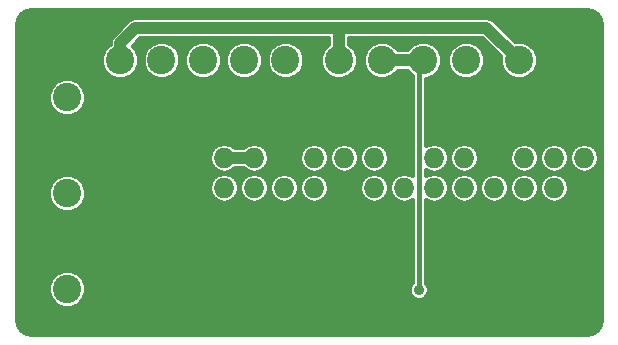
<source format=gtl>
G04 #@! TF.FileFunction,Copper,L1,Top,Signal*
%FSLAX46Y46*%
G04 Gerber Fmt 4.6, Leading zero omitted, Abs format (unit mm)*
G04 Created by KiCad (PCBNEW 4.0.2+dfsg1-stable) date Thu 29 Sep 2016 13:26:16 BST*
%MOMM*%
G01*
G04 APERTURE LIST*
%ADD10C,0.150000*%
%ADD11O,1.727200X1.727200*%
%ADD12C,2.400000*%
%ADD13C,0.900000*%
%ADD14C,1.000000*%
%ADD15C,0.400000*%
G04 APERTURE END LIST*
D10*
D11*
X145800000Y-130300000D03*
X145800000Y-127760000D03*
X148340000Y-130300000D03*
X148340000Y-127760000D03*
X150880000Y-130300000D03*
X150880000Y-127760000D03*
X153420000Y-130300000D03*
X153420000Y-127760000D03*
X155960000Y-130300000D03*
X155960000Y-127760000D03*
X158500000Y-130300000D03*
X158500000Y-127760000D03*
X161040000Y-130300000D03*
X161040000Y-127760000D03*
X163580000Y-130300000D03*
X163580000Y-127760000D03*
X166120000Y-130300000D03*
X166120000Y-127760000D03*
X168660000Y-130300000D03*
X168660000Y-127760000D03*
X171200000Y-130300000D03*
X171200000Y-127760000D03*
X173740000Y-130300000D03*
X173740000Y-127760000D03*
X176280000Y-130300000D03*
X176280000Y-127760000D03*
D12*
X174250000Y-119500000D03*
X170750000Y-119500000D03*
X132500000Y-135350000D03*
X132500000Y-138850000D03*
X132500000Y-127250000D03*
X132500000Y-130750000D03*
X132500000Y-119150000D03*
X132500000Y-122650000D03*
X137000000Y-119500000D03*
X151000000Y-119500000D03*
X140500000Y-119500000D03*
X147500000Y-119500000D03*
X144000000Y-119500000D03*
X166300000Y-119500000D03*
X155500000Y-119500000D03*
X162650000Y-119500000D03*
X159150000Y-119500000D03*
D13*
X162290000Y-138940000D03*
D14*
X148340000Y-127760000D02*
X145800000Y-127760000D01*
X155500000Y-119500000D02*
X155500000Y-116760000D01*
X155500000Y-116760000D02*
X155300000Y-116760000D01*
X170750000Y-119500000D02*
X168010000Y-116760000D01*
X168010000Y-116760000D02*
X155300000Y-116760000D01*
X155300000Y-116760000D02*
X138300000Y-116760000D01*
X138300000Y-116760000D02*
X137000000Y-118060000D01*
X137000000Y-118060000D02*
X137000000Y-119500000D01*
D15*
X162650000Y-119500000D02*
X162310000Y-119840000D01*
X162310000Y-119840000D02*
X162310000Y-138920000D01*
X162310000Y-138920000D02*
X162290000Y-138940000D01*
D14*
X162650000Y-119500000D02*
X159150000Y-119500000D01*
D15*
G36*
X176966725Y-115373225D02*
X177362396Y-115637604D01*
X177626775Y-116033275D01*
X177725000Y-116527086D01*
X177725000Y-141472914D01*
X177626775Y-141966725D01*
X177362396Y-142362396D01*
X176966725Y-142626775D01*
X176472914Y-142725000D01*
X129527086Y-142725000D01*
X129033275Y-142626775D01*
X128637604Y-142362396D01*
X128373225Y-141966725D01*
X128275000Y-141472914D01*
X128275000Y-139166863D01*
X130899723Y-139166863D01*
X131142795Y-139755143D01*
X131592489Y-140205623D01*
X132180344Y-140449722D01*
X132816863Y-140450277D01*
X133405143Y-140207205D01*
X133855623Y-139757511D01*
X134099722Y-139169656D01*
X134100277Y-138533137D01*
X133857205Y-137944857D01*
X133407511Y-137494377D01*
X132819656Y-137250278D01*
X132183137Y-137249723D01*
X131594857Y-137492795D01*
X131144377Y-137942489D01*
X130900278Y-138530344D01*
X130899723Y-139166863D01*
X128275000Y-139166863D01*
X128275000Y-131066863D01*
X130899723Y-131066863D01*
X131142795Y-131655143D01*
X131592489Y-132105623D01*
X132180344Y-132349722D01*
X132816863Y-132350277D01*
X133405143Y-132107205D01*
X133855623Y-131657511D01*
X134099722Y-131069656D01*
X134100277Y-130433137D01*
X134045266Y-130300000D01*
X144511645Y-130300000D01*
X144607831Y-130783559D01*
X144881745Y-131193500D01*
X145291686Y-131467414D01*
X145775245Y-131563600D01*
X145824755Y-131563600D01*
X146308314Y-131467414D01*
X146718255Y-131193500D01*
X146992169Y-130783559D01*
X147070000Y-130392277D01*
X147147831Y-130783559D01*
X147421745Y-131193500D01*
X147831686Y-131467414D01*
X148315245Y-131563600D01*
X148364755Y-131563600D01*
X148848314Y-131467414D01*
X149258255Y-131193500D01*
X149532169Y-130783559D01*
X149610000Y-130392277D01*
X149687831Y-130783559D01*
X149961745Y-131193500D01*
X150371686Y-131467414D01*
X150855245Y-131563600D01*
X150904755Y-131563600D01*
X151388314Y-131467414D01*
X151798255Y-131193500D01*
X152072169Y-130783559D01*
X152150000Y-130392277D01*
X152227831Y-130783559D01*
X152501745Y-131193500D01*
X152911686Y-131467414D01*
X153395245Y-131563600D01*
X153444755Y-131563600D01*
X153928314Y-131467414D01*
X154338255Y-131193500D01*
X154612169Y-130783559D01*
X154708355Y-130300000D01*
X157211645Y-130300000D01*
X157307831Y-130783559D01*
X157581745Y-131193500D01*
X157991686Y-131467414D01*
X158475245Y-131563600D01*
X158524755Y-131563600D01*
X159008314Y-131467414D01*
X159418255Y-131193500D01*
X159692169Y-130783559D01*
X159770000Y-130392277D01*
X159847831Y-130783559D01*
X160121745Y-131193500D01*
X160531686Y-131467414D01*
X161015245Y-131563600D01*
X161064755Y-131563600D01*
X161548314Y-131467414D01*
X161710000Y-131359379D01*
X161710000Y-138317955D01*
X161569826Y-138457885D01*
X161440148Y-138770183D01*
X161439853Y-139108334D01*
X161568985Y-139420857D01*
X161807885Y-139660174D01*
X162120183Y-139789852D01*
X162458334Y-139790147D01*
X162770857Y-139661015D01*
X163010174Y-139422115D01*
X163139852Y-139109817D01*
X163140147Y-138771666D01*
X163011015Y-138459143D01*
X162910000Y-138357952D01*
X162910000Y-131359379D01*
X163071686Y-131467414D01*
X163555245Y-131563600D01*
X163604755Y-131563600D01*
X164088314Y-131467414D01*
X164498255Y-131193500D01*
X164772169Y-130783559D01*
X164850000Y-130392277D01*
X164927831Y-130783559D01*
X165201745Y-131193500D01*
X165611686Y-131467414D01*
X166095245Y-131563600D01*
X166144755Y-131563600D01*
X166628314Y-131467414D01*
X167038255Y-131193500D01*
X167312169Y-130783559D01*
X167390000Y-130392277D01*
X167467831Y-130783559D01*
X167741745Y-131193500D01*
X168151686Y-131467414D01*
X168635245Y-131563600D01*
X168684755Y-131563600D01*
X169168314Y-131467414D01*
X169578255Y-131193500D01*
X169852169Y-130783559D01*
X169930000Y-130392277D01*
X170007831Y-130783559D01*
X170281745Y-131193500D01*
X170691686Y-131467414D01*
X171175245Y-131563600D01*
X171224755Y-131563600D01*
X171708314Y-131467414D01*
X172118255Y-131193500D01*
X172392169Y-130783559D01*
X172470000Y-130392277D01*
X172547831Y-130783559D01*
X172821745Y-131193500D01*
X173231686Y-131467414D01*
X173715245Y-131563600D01*
X173764755Y-131563600D01*
X174248314Y-131467414D01*
X174658255Y-131193500D01*
X174932169Y-130783559D01*
X175028355Y-130300000D01*
X174932169Y-129816441D01*
X174658255Y-129406500D01*
X174248314Y-129132586D01*
X173764755Y-129036400D01*
X173715245Y-129036400D01*
X173231686Y-129132586D01*
X172821745Y-129406500D01*
X172547831Y-129816441D01*
X172470000Y-130207723D01*
X172392169Y-129816441D01*
X172118255Y-129406500D01*
X171708314Y-129132586D01*
X171224755Y-129036400D01*
X171175245Y-129036400D01*
X170691686Y-129132586D01*
X170281745Y-129406500D01*
X170007831Y-129816441D01*
X169930000Y-130207723D01*
X169852169Y-129816441D01*
X169578255Y-129406500D01*
X169168314Y-129132586D01*
X168684755Y-129036400D01*
X168635245Y-129036400D01*
X168151686Y-129132586D01*
X167741745Y-129406500D01*
X167467831Y-129816441D01*
X167390000Y-130207723D01*
X167312169Y-129816441D01*
X167038255Y-129406500D01*
X166628314Y-129132586D01*
X166144755Y-129036400D01*
X166095245Y-129036400D01*
X165611686Y-129132586D01*
X165201745Y-129406500D01*
X164927831Y-129816441D01*
X164850000Y-130207723D01*
X164772169Y-129816441D01*
X164498255Y-129406500D01*
X164088314Y-129132586D01*
X163604755Y-129036400D01*
X163555245Y-129036400D01*
X163071686Y-129132586D01*
X162910000Y-129240621D01*
X162910000Y-128819379D01*
X163071686Y-128927414D01*
X163555245Y-129023600D01*
X163604755Y-129023600D01*
X164088314Y-128927414D01*
X164498255Y-128653500D01*
X164772169Y-128243559D01*
X164850000Y-127852277D01*
X164927831Y-128243559D01*
X165201745Y-128653500D01*
X165611686Y-128927414D01*
X166095245Y-129023600D01*
X166144755Y-129023600D01*
X166628314Y-128927414D01*
X167038255Y-128653500D01*
X167312169Y-128243559D01*
X167408355Y-127760000D01*
X169911645Y-127760000D01*
X170007831Y-128243559D01*
X170281745Y-128653500D01*
X170691686Y-128927414D01*
X171175245Y-129023600D01*
X171224755Y-129023600D01*
X171708314Y-128927414D01*
X172118255Y-128653500D01*
X172392169Y-128243559D01*
X172470000Y-127852277D01*
X172547831Y-128243559D01*
X172821745Y-128653500D01*
X173231686Y-128927414D01*
X173715245Y-129023600D01*
X173764755Y-129023600D01*
X174248314Y-128927414D01*
X174658255Y-128653500D01*
X174932169Y-128243559D01*
X175010000Y-127852277D01*
X175087831Y-128243559D01*
X175361745Y-128653500D01*
X175771686Y-128927414D01*
X176255245Y-129023600D01*
X176304755Y-129023600D01*
X176788314Y-128927414D01*
X177198255Y-128653500D01*
X177472169Y-128243559D01*
X177568355Y-127760000D01*
X177472169Y-127276441D01*
X177198255Y-126866500D01*
X176788314Y-126592586D01*
X176304755Y-126496400D01*
X176255245Y-126496400D01*
X175771686Y-126592586D01*
X175361745Y-126866500D01*
X175087831Y-127276441D01*
X175010000Y-127667723D01*
X174932169Y-127276441D01*
X174658255Y-126866500D01*
X174248314Y-126592586D01*
X173764755Y-126496400D01*
X173715245Y-126496400D01*
X173231686Y-126592586D01*
X172821745Y-126866500D01*
X172547831Y-127276441D01*
X172470000Y-127667723D01*
X172392169Y-127276441D01*
X172118255Y-126866500D01*
X171708314Y-126592586D01*
X171224755Y-126496400D01*
X171175245Y-126496400D01*
X170691686Y-126592586D01*
X170281745Y-126866500D01*
X170007831Y-127276441D01*
X169911645Y-127760000D01*
X167408355Y-127760000D01*
X167312169Y-127276441D01*
X167038255Y-126866500D01*
X166628314Y-126592586D01*
X166144755Y-126496400D01*
X166095245Y-126496400D01*
X165611686Y-126592586D01*
X165201745Y-126866500D01*
X164927831Y-127276441D01*
X164850000Y-127667723D01*
X164772169Y-127276441D01*
X164498255Y-126866500D01*
X164088314Y-126592586D01*
X163604755Y-126496400D01*
X163555245Y-126496400D01*
X163071686Y-126592586D01*
X162910000Y-126700621D01*
X162910000Y-121100227D01*
X162966863Y-121100277D01*
X163555143Y-120857205D01*
X164005623Y-120407511D01*
X164249722Y-119819656D01*
X164249724Y-119816863D01*
X164699723Y-119816863D01*
X164942795Y-120405143D01*
X165392489Y-120855623D01*
X165980344Y-121099722D01*
X166616863Y-121100277D01*
X167205143Y-120857205D01*
X167655623Y-120407511D01*
X167899722Y-119819656D01*
X167900277Y-119183137D01*
X167657205Y-118594857D01*
X167207511Y-118144377D01*
X166619656Y-117900278D01*
X165983137Y-117899723D01*
X165394857Y-118142795D01*
X164944377Y-118592489D01*
X164700278Y-119180344D01*
X164699723Y-119816863D01*
X164249724Y-119816863D01*
X164250277Y-119183137D01*
X164007205Y-118594857D01*
X163557511Y-118144377D01*
X162969656Y-117900278D01*
X162333137Y-117899723D01*
X161744857Y-118142795D01*
X161294377Y-118592489D01*
X161291258Y-118600000D01*
X160509330Y-118600000D01*
X160507205Y-118594857D01*
X160057511Y-118144377D01*
X159469656Y-117900278D01*
X158833137Y-117899723D01*
X158244857Y-118142795D01*
X157794377Y-118592489D01*
X157550278Y-119180344D01*
X157549723Y-119816863D01*
X157792795Y-120405143D01*
X158242489Y-120855623D01*
X158830344Y-121099722D01*
X159466863Y-121100277D01*
X160055143Y-120857205D01*
X160505623Y-120407511D01*
X160508742Y-120400000D01*
X161290670Y-120400000D01*
X161292795Y-120405143D01*
X161710000Y-120823077D01*
X161710000Y-129240621D01*
X161548314Y-129132586D01*
X161064755Y-129036400D01*
X161015245Y-129036400D01*
X160531686Y-129132586D01*
X160121745Y-129406500D01*
X159847831Y-129816441D01*
X159770000Y-130207723D01*
X159692169Y-129816441D01*
X159418255Y-129406500D01*
X159008314Y-129132586D01*
X158524755Y-129036400D01*
X158475245Y-129036400D01*
X157991686Y-129132586D01*
X157581745Y-129406500D01*
X157307831Y-129816441D01*
X157211645Y-130300000D01*
X154708355Y-130300000D01*
X154612169Y-129816441D01*
X154338255Y-129406500D01*
X153928314Y-129132586D01*
X153444755Y-129036400D01*
X153395245Y-129036400D01*
X152911686Y-129132586D01*
X152501745Y-129406500D01*
X152227831Y-129816441D01*
X152150000Y-130207723D01*
X152072169Y-129816441D01*
X151798255Y-129406500D01*
X151388314Y-129132586D01*
X150904755Y-129036400D01*
X150855245Y-129036400D01*
X150371686Y-129132586D01*
X149961745Y-129406500D01*
X149687831Y-129816441D01*
X149610000Y-130207723D01*
X149532169Y-129816441D01*
X149258255Y-129406500D01*
X148848314Y-129132586D01*
X148364755Y-129036400D01*
X148315245Y-129036400D01*
X147831686Y-129132586D01*
X147421745Y-129406500D01*
X147147831Y-129816441D01*
X147070000Y-130207723D01*
X146992169Y-129816441D01*
X146718255Y-129406500D01*
X146308314Y-129132586D01*
X145824755Y-129036400D01*
X145775245Y-129036400D01*
X145291686Y-129132586D01*
X144881745Y-129406500D01*
X144607831Y-129816441D01*
X144511645Y-130300000D01*
X134045266Y-130300000D01*
X133857205Y-129844857D01*
X133407511Y-129394377D01*
X132819656Y-129150278D01*
X132183137Y-129149723D01*
X131594857Y-129392795D01*
X131144377Y-129842489D01*
X130900278Y-130430344D01*
X130899723Y-131066863D01*
X128275000Y-131066863D01*
X128275000Y-127760000D01*
X144511645Y-127760000D01*
X144607831Y-128243559D01*
X144881745Y-128653500D01*
X145291686Y-128927414D01*
X145775245Y-129023600D01*
X145824755Y-129023600D01*
X146308314Y-128927414D01*
X146708527Y-128660000D01*
X147431473Y-128660000D01*
X147831686Y-128927414D01*
X148315245Y-129023600D01*
X148364755Y-129023600D01*
X148848314Y-128927414D01*
X149258255Y-128653500D01*
X149532169Y-128243559D01*
X149628355Y-127760000D01*
X152131645Y-127760000D01*
X152227831Y-128243559D01*
X152501745Y-128653500D01*
X152911686Y-128927414D01*
X153395245Y-129023600D01*
X153444755Y-129023600D01*
X153928314Y-128927414D01*
X154338255Y-128653500D01*
X154612169Y-128243559D01*
X154690000Y-127852277D01*
X154767831Y-128243559D01*
X155041745Y-128653500D01*
X155451686Y-128927414D01*
X155935245Y-129023600D01*
X155984755Y-129023600D01*
X156468314Y-128927414D01*
X156878255Y-128653500D01*
X157152169Y-128243559D01*
X157230000Y-127852277D01*
X157307831Y-128243559D01*
X157581745Y-128653500D01*
X157991686Y-128927414D01*
X158475245Y-129023600D01*
X158524755Y-129023600D01*
X159008314Y-128927414D01*
X159418255Y-128653500D01*
X159692169Y-128243559D01*
X159788355Y-127760000D01*
X159692169Y-127276441D01*
X159418255Y-126866500D01*
X159008314Y-126592586D01*
X158524755Y-126496400D01*
X158475245Y-126496400D01*
X157991686Y-126592586D01*
X157581745Y-126866500D01*
X157307831Y-127276441D01*
X157230000Y-127667723D01*
X157152169Y-127276441D01*
X156878255Y-126866500D01*
X156468314Y-126592586D01*
X155984755Y-126496400D01*
X155935245Y-126496400D01*
X155451686Y-126592586D01*
X155041745Y-126866500D01*
X154767831Y-127276441D01*
X154690000Y-127667723D01*
X154612169Y-127276441D01*
X154338255Y-126866500D01*
X153928314Y-126592586D01*
X153444755Y-126496400D01*
X153395245Y-126496400D01*
X152911686Y-126592586D01*
X152501745Y-126866500D01*
X152227831Y-127276441D01*
X152131645Y-127760000D01*
X149628355Y-127760000D01*
X149532169Y-127276441D01*
X149258255Y-126866500D01*
X148848314Y-126592586D01*
X148364755Y-126496400D01*
X148315245Y-126496400D01*
X147831686Y-126592586D01*
X147431473Y-126860000D01*
X146708527Y-126860000D01*
X146308314Y-126592586D01*
X145824755Y-126496400D01*
X145775245Y-126496400D01*
X145291686Y-126592586D01*
X144881745Y-126866500D01*
X144607831Y-127276441D01*
X144511645Y-127760000D01*
X128275000Y-127760000D01*
X128275000Y-122966863D01*
X130899723Y-122966863D01*
X131142795Y-123555143D01*
X131592489Y-124005623D01*
X132180344Y-124249722D01*
X132816863Y-124250277D01*
X133405143Y-124007205D01*
X133855623Y-123557511D01*
X134099722Y-122969656D01*
X134100277Y-122333137D01*
X133857205Y-121744857D01*
X133407511Y-121294377D01*
X132819656Y-121050278D01*
X132183137Y-121049723D01*
X131594857Y-121292795D01*
X131144377Y-121742489D01*
X130900278Y-122330344D01*
X130899723Y-122966863D01*
X128275000Y-122966863D01*
X128275000Y-119816863D01*
X135399723Y-119816863D01*
X135642795Y-120405143D01*
X136092489Y-120855623D01*
X136680344Y-121099722D01*
X137316863Y-121100277D01*
X137905143Y-120857205D01*
X138355623Y-120407511D01*
X138599722Y-119819656D01*
X138599724Y-119816863D01*
X138899723Y-119816863D01*
X139142795Y-120405143D01*
X139592489Y-120855623D01*
X140180344Y-121099722D01*
X140816863Y-121100277D01*
X141405143Y-120857205D01*
X141855623Y-120407511D01*
X142099722Y-119819656D01*
X142099724Y-119816863D01*
X142399723Y-119816863D01*
X142642795Y-120405143D01*
X143092489Y-120855623D01*
X143680344Y-121099722D01*
X144316863Y-121100277D01*
X144905143Y-120857205D01*
X145355623Y-120407511D01*
X145599722Y-119819656D01*
X145599724Y-119816863D01*
X145899723Y-119816863D01*
X146142795Y-120405143D01*
X146592489Y-120855623D01*
X147180344Y-121099722D01*
X147816863Y-121100277D01*
X148405143Y-120857205D01*
X148855623Y-120407511D01*
X149099722Y-119819656D01*
X149099724Y-119816863D01*
X149399723Y-119816863D01*
X149642795Y-120405143D01*
X150092489Y-120855623D01*
X150680344Y-121099722D01*
X151316863Y-121100277D01*
X151905143Y-120857205D01*
X152355623Y-120407511D01*
X152599722Y-119819656D01*
X152600277Y-119183137D01*
X152357205Y-118594857D01*
X151907511Y-118144377D01*
X151319656Y-117900278D01*
X150683137Y-117899723D01*
X150094857Y-118142795D01*
X149644377Y-118592489D01*
X149400278Y-119180344D01*
X149399723Y-119816863D01*
X149099724Y-119816863D01*
X149100277Y-119183137D01*
X148857205Y-118594857D01*
X148407511Y-118144377D01*
X147819656Y-117900278D01*
X147183137Y-117899723D01*
X146594857Y-118142795D01*
X146144377Y-118592489D01*
X145900278Y-119180344D01*
X145899723Y-119816863D01*
X145599724Y-119816863D01*
X145600277Y-119183137D01*
X145357205Y-118594857D01*
X144907511Y-118144377D01*
X144319656Y-117900278D01*
X143683137Y-117899723D01*
X143094857Y-118142795D01*
X142644377Y-118592489D01*
X142400278Y-119180344D01*
X142399723Y-119816863D01*
X142099724Y-119816863D01*
X142100277Y-119183137D01*
X141857205Y-118594857D01*
X141407511Y-118144377D01*
X140819656Y-117900278D01*
X140183137Y-117899723D01*
X139594857Y-118142795D01*
X139144377Y-118592489D01*
X138900278Y-119180344D01*
X138899723Y-119816863D01*
X138599724Y-119816863D01*
X138600277Y-119183137D01*
X138357205Y-118594857D01*
X138047840Y-118284952D01*
X138672792Y-117660000D01*
X154600000Y-117660000D01*
X154600000Y-118140670D01*
X154594857Y-118142795D01*
X154144377Y-118592489D01*
X153900278Y-119180344D01*
X153899723Y-119816863D01*
X154142795Y-120405143D01*
X154592489Y-120855623D01*
X155180344Y-121099722D01*
X155816863Y-121100277D01*
X156405143Y-120857205D01*
X156855623Y-120407511D01*
X157099722Y-119819656D01*
X157100277Y-119183137D01*
X156857205Y-118594857D01*
X156407511Y-118144377D01*
X156400000Y-118141258D01*
X156400000Y-117660000D01*
X167637208Y-117660000D01*
X169152412Y-119175204D01*
X169150278Y-119180344D01*
X169149723Y-119816863D01*
X169392795Y-120405143D01*
X169842489Y-120855623D01*
X170430344Y-121099722D01*
X171066863Y-121100277D01*
X171655143Y-120857205D01*
X172105623Y-120407511D01*
X172349722Y-119819656D01*
X172350277Y-119183137D01*
X172107205Y-118594857D01*
X171657511Y-118144377D01*
X171069656Y-117900278D01*
X170433137Y-117899723D01*
X170425621Y-117902829D01*
X168646396Y-116123604D01*
X168354415Y-115928508D01*
X168010000Y-115860000D01*
X138300000Y-115860000D01*
X137955585Y-115928508D01*
X137663604Y-116123604D01*
X136363604Y-117423604D01*
X136168508Y-117715585D01*
X136100000Y-118060000D01*
X136100000Y-118140670D01*
X136094857Y-118142795D01*
X135644377Y-118592489D01*
X135400278Y-119180344D01*
X135399723Y-119816863D01*
X128275000Y-119816863D01*
X128275000Y-116527086D01*
X128373225Y-116033275D01*
X128637604Y-115637604D01*
X129033275Y-115373225D01*
X129527086Y-115275000D01*
X176472914Y-115275000D01*
X176966725Y-115373225D01*
X176966725Y-115373225D01*
G37*
X176966725Y-115373225D02*
X177362396Y-115637604D01*
X177626775Y-116033275D01*
X177725000Y-116527086D01*
X177725000Y-141472914D01*
X177626775Y-141966725D01*
X177362396Y-142362396D01*
X176966725Y-142626775D01*
X176472914Y-142725000D01*
X129527086Y-142725000D01*
X129033275Y-142626775D01*
X128637604Y-142362396D01*
X128373225Y-141966725D01*
X128275000Y-141472914D01*
X128275000Y-139166863D01*
X130899723Y-139166863D01*
X131142795Y-139755143D01*
X131592489Y-140205623D01*
X132180344Y-140449722D01*
X132816863Y-140450277D01*
X133405143Y-140207205D01*
X133855623Y-139757511D01*
X134099722Y-139169656D01*
X134100277Y-138533137D01*
X133857205Y-137944857D01*
X133407511Y-137494377D01*
X132819656Y-137250278D01*
X132183137Y-137249723D01*
X131594857Y-137492795D01*
X131144377Y-137942489D01*
X130900278Y-138530344D01*
X130899723Y-139166863D01*
X128275000Y-139166863D01*
X128275000Y-131066863D01*
X130899723Y-131066863D01*
X131142795Y-131655143D01*
X131592489Y-132105623D01*
X132180344Y-132349722D01*
X132816863Y-132350277D01*
X133405143Y-132107205D01*
X133855623Y-131657511D01*
X134099722Y-131069656D01*
X134100277Y-130433137D01*
X134045266Y-130300000D01*
X144511645Y-130300000D01*
X144607831Y-130783559D01*
X144881745Y-131193500D01*
X145291686Y-131467414D01*
X145775245Y-131563600D01*
X145824755Y-131563600D01*
X146308314Y-131467414D01*
X146718255Y-131193500D01*
X146992169Y-130783559D01*
X147070000Y-130392277D01*
X147147831Y-130783559D01*
X147421745Y-131193500D01*
X147831686Y-131467414D01*
X148315245Y-131563600D01*
X148364755Y-131563600D01*
X148848314Y-131467414D01*
X149258255Y-131193500D01*
X149532169Y-130783559D01*
X149610000Y-130392277D01*
X149687831Y-130783559D01*
X149961745Y-131193500D01*
X150371686Y-131467414D01*
X150855245Y-131563600D01*
X150904755Y-131563600D01*
X151388314Y-131467414D01*
X151798255Y-131193500D01*
X152072169Y-130783559D01*
X152150000Y-130392277D01*
X152227831Y-130783559D01*
X152501745Y-131193500D01*
X152911686Y-131467414D01*
X153395245Y-131563600D01*
X153444755Y-131563600D01*
X153928314Y-131467414D01*
X154338255Y-131193500D01*
X154612169Y-130783559D01*
X154708355Y-130300000D01*
X157211645Y-130300000D01*
X157307831Y-130783559D01*
X157581745Y-131193500D01*
X157991686Y-131467414D01*
X158475245Y-131563600D01*
X158524755Y-131563600D01*
X159008314Y-131467414D01*
X159418255Y-131193500D01*
X159692169Y-130783559D01*
X159770000Y-130392277D01*
X159847831Y-130783559D01*
X160121745Y-131193500D01*
X160531686Y-131467414D01*
X161015245Y-131563600D01*
X161064755Y-131563600D01*
X161548314Y-131467414D01*
X161710000Y-131359379D01*
X161710000Y-138317955D01*
X161569826Y-138457885D01*
X161440148Y-138770183D01*
X161439853Y-139108334D01*
X161568985Y-139420857D01*
X161807885Y-139660174D01*
X162120183Y-139789852D01*
X162458334Y-139790147D01*
X162770857Y-139661015D01*
X163010174Y-139422115D01*
X163139852Y-139109817D01*
X163140147Y-138771666D01*
X163011015Y-138459143D01*
X162910000Y-138357952D01*
X162910000Y-131359379D01*
X163071686Y-131467414D01*
X163555245Y-131563600D01*
X163604755Y-131563600D01*
X164088314Y-131467414D01*
X164498255Y-131193500D01*
X164772169Y-130783559D01*
X164850000Y-130392277D01*
X164927831Y-130783559D01*
X165201745Y-131193500D01*
X165611686Y-131467414D01*
X166095245Y-131563600D01*
X166144755Y-131563600D01*
X166628314Y-131467414D01*
X167038255Y-131193500D01*
X167312169Y-130783559D01*
X167390000Y-130392277D01*
X167467831Y-130783559D01*
X167741745Y-131193500D01*
X168151686Y-131467414D01*
X168635245Y-131563600D01*
X168684755Y-131563600D01*
X169168314Y-131467414D01*
X169578255Y-131193500D01*
X169852169Y-130783559D01*
X169930000Y-130392277D01*
X170007831Y-130783559D01*
X170281745Y-131193500D01*
X170691686Y-131467414D01*
X171175245Y-131563600D01*
X171224755Y-131563600D01*
X171708314Y-131467414D01*
X172118255Y-131193500D01*
X172392169Y-130783559D01*
X172470000Y-130392277D01*
X172547831Y-130783559D01*
X172821745Y-131193500D01*
X173231686Y-131467414D01*
X173715245Y-131563600D01*
X173764755Y-131563600D01*
X174248314Y-131467414D01*
X174658255Y-131193500D01*
X174932169Y-130783559D01*
X175028355Y-130300000D01*
X174932169Y-129816441D01*
X174658255Y-129406500D01*
X174248314Y-129132586D01*
X173764755Y-129036400D01*
X173715245Y-129036400D01*
X173231686Y-129132586D01*
X172821745Y-129406500D01*
X172547831Y-129816441D01*
X172470000Y-130207723D01*
X172392169Y-129816441D01*
X172118255Y-129406500D01*
X171708314Y-129132586D01*
X171224755Y-129036400D01*
X171175245Y-129036400D01*
X170691686Y-129132586D01*
X170281745Y-129406500D01*
X170007831Y-129816441D01*
X169930000Y-130207723D01*
X169852169Y-129816441D01*
X169578255Y-129406500D01*
X169168314Y-129132586D01*
X168684755Y-129036400D01*
X168635245Y-129036400D01*
X168151686Y-129132586D01*
X167741745Y-129406500D01*
X167467831Y-129816441D01*
X167390000Y-130207723D01*
X167312169Y-129816441D01*
X167038255Y-129406500D01*
X166628314Y-129132586D01*
X166144755Y-129036400D01*
X166095245Y-129036400D01*
X165611686Y-129132586D01*
X165201745Y-129406500D01*
X164927831Y-129816441D01*
X164850000Y-130207723D01*
X164772169Y-129816441D01*
X164498255Y-129406500D01*
X164088314Y-129132586D01*
X163604755Y-129036400D01*
X163555245Y-129036400D01*
X163071686Y-129132586D01*
X162910000Y-129240621D01*
X162910000Y-128819379D01*
X163071686Y-128927414D01*
X163555245Y-129023600D01*
X163604755Y-129023600D01*
X164088314Y-128927414D01*
X164498255Y-128653500D01*
X164772169Y-128243559D01*
X164850000Y-127852277D01*
X164927831Y-128243559D01*
X165201745Y-128653500D01*
X165611686Y-128927414D01*
X166095245Y-129023600D01*
X166144755Y-129023600D01*
X166628314Y-128927414D01*
X167038255Y-128653500D01*
X167312169Y-128243559D01*
X167408355Y-127760000D01*
X169911645Y-127760000D01*
X170007831Y-128243559D01*
X170281745Y-128653500D01*
X170691686Y-128927414D01*
X171175245Y-129023600D01*
X171224755Y-129023600D01*
X171708314Y-128927414D01*
X172118255Y-128653500D01*
X172392169Y-128243559D01*
X172470000Y-127852277D01*
X172547831Y-128243559D01*
X172821745Y-128653500D01*
X173231686Y-128927414D01*
X173715245Y-129023600D01*
X173764755Y-129023600D01*
X174248314Y-128927414D01*
X174658255Y-128653500D01*
X174932169Y-128243559D01*
X175010000Y-127852277D01*
X175087831Y-128243559D01*
X175361745Y-128653500D01*
X175771686Y-128927414D01*
X176255245Y-129023600D01*
X176304755Y-129023600D01*
X176788314Y-128927414D01*
X177198255Y-128653500D01*
X177472169Y-128243559D01*
X177568355Y-127760000D01*
X177472169Y-127276441D01*
X177198255Y-126866500D01*
X176788314Y-126592586D01*
X176304755Y-126496400D01*
X176255245Y-126496400D01*
X175771686Y-126592586D01*
X175361745Y-126866500D01*
X175087831Y-127276441D01*
X175010000Y-127667723D01*
X174932169Y-127276441D01*
X174658255Y-126866500D01*
X174248314Y-126592586D01*
X173764755Y-126496400D01*
X173715245Y-126496400D01*
X173231686Y-126592586D01*
X172821745Y-126866500D01*
X172547831Y-127276441D01*
X172470000Y-127667723D01*
X172392169Y-127276441D01*
X172118255Y-126866500D01*
X171708314Y-126592586D01*
X171224755Y-126496400D01*
X171175245Y-126496400D01*
X170691686Y-126592586D01*
X170281745Y-126866500D01*
X170007831Y-127276441D01*
X169911645Y-127760000D01*
X167408355Y-127760000D01*
X167312169Y-127276441D01*
X167038255Y-126866500D01*
X166628314Y-126592586D01*
X166144755Y-126496400D01*
X166095245Y-126496400D01*
X165611686Y-126592586D01*
X165201745Y-126866500D01*
X164927831Y-127276441D01*
X164850000Y-127667723D01*
X164772169Y-127276441D01*
X164498255Y-126866500D01*
X164088314Y-126592586D01*
X163604755Y-126496400D01*
X163555245Y-126496400D01*
X163071686Y-126592586D01*
X162910000Y-126700621D01*
X162910000Y-121100227D01*
X162966863Y-121100277D01*
X163555143Y-120857205D01*
X164005623Y-120407511D01*
X164249722Y-119819656D01*
X164249724Y-119816863D01*
X164699723Y-119816863D01*
X164942795Y-120405143D01*
X165392489Y-120855623D01*
X165980344Y-121099722D01*
X166616863Y-121100277D01*
X167205143Y-120857205D01*
X167655623Y-120407511D01*
X167899722Y-119819656D01*
X167900277Y-119183137D01*
X167657205Y-118594857D01*
X167207511Y-118144377D01*
X166619656Y-117900278D01*
X165983137Y-117899723D01*
X165394857Y-118142795D01*
X164944377Y-118592489D01*
X164700278Y-119180344D01*
X164699723Y-119816863D01*
X164249724Y-119816863D01*
X164250277Y-119183137D01*
X164007205Y-118594857D01*
X163557511Y-118144377D01*
X162969656Y-117900278D01*
X162333137Y-117899723D01*
X161744857Y-118142795D01*
X161294377Y-118592489D01*
X161291258Y-118600000D01*
X160509330Y-118600000D01*
X160507205Y-118594857D01*
X160057511Y-118144377D01*
X159469656Y-117900278D01*
X158833137Y-117899723D01*
X158244857Y-118142795D01*
X157794377Y-118592489D01*
X157550278Y-119180344D01*
X157549723Y-119816863D01*
X157792795Y-120405143D01*
X158242489Y-120855623D01*
X158830344Y-121099722D01*
X159466863Y-121100277D01*
X160055143Y-120857205D01*
X160505623Y-120407511D01*
X160508742Y-120400000D01*
X161290670Y-120400000D01*
X161292795Y-120405143D01*
X161710000Y-120823077D01*
X161710000Y-129240621D01*
X161548314Y-129132586D01*
X161064755Y-129036400D01*
X161015245Y-129036400D01*
X160531686Y-129132586D01*
X160121745Y-129406500D01*
X159847831Y-129816441D01*
X159770000Y-130207723D01*
X159692169Y-129816441D01*
X159418255Y-129406500D01*
X159008314Y-129132586D01*
X158524755Y-129036400D01*
X158475245Y-129036400D01*
X157991686Y-129132586D01*
X157581745Y-129406500D01*
X157307831Y-129816441D01*
X157211645Y-130300000D01*
X154708355Y-130300000D01*
X154612169Y-129816441D01*
X154338255Y-129406500D01*
X153928314Y-129132586D01*
X153444755Y-129036400D01*
X153395245Y-129036400D01*
X152911686Y-129132586D01*
X152501745Y-129406500D01*
X152227831Y-129816441D01*
X152150000Y-130207723D01*
X152072169Y-129816441D01*
X151798255Y-129406500D01*
X151388314Y-129132586D01*
X150904755Y-129036400D01*
X150855245Y-129036400D01*
X150371686Y-129132586D01*
X149961745Y-129406500D01*
X149687831Y-129816441D01*
X149610000Y-130207723D01*
X149532169Y-129816441D01*
X149258255Y-129406500D01*
X148848314Y-129132586D01*
X148364755Y-129036400D01*
X148315245Y-129036400D01*
X147831686Y-129132586D01*
X147421745Y-129406500D01*
X147147831Y-129816441D01*
X147070000Y-130207723D01*
X146992169Y-129816441D01*
X146718255Y-129406500D01*
X146308314Y-129132586D01*
X145824755Y-129036400D01*
X145775245Y-129036400D01*
X145291686Y-129132586D01*
X144881745Y-129406500D01*
X144607831Y-129816441D01*
X144511645Y-130300000D01*
X134045266Y-130300000D01*
X133857205Y-129844857D01*
X133407511Y-129394377D01*
X132819656Y-129150278D01*
X132183137Y-129149723D01*
X131594857Y-129392795D01*
X131144377Y-129842489D01*
X130900278Y-130430344D01*
X130899723Y-131066863D01*
X128275000Y-131066863D01*
X128275000Y-127760000D01*
X144511645Y-127760000D01*
X144607831Y-128243559D01*
X144881745Y-128653500D01*
X145291686Y-128927414D01*
X145775245Y-129023600D01*
X145824755Y-129023600D01*
X146308314Y-128927414D01*
X146708527Y-128660000D01*
X147431473Y-128660000D01*
X147831686Y-128927414D01*
X148315245Y-129023600D01*
X148364755Y-129023600D01*
X148848314Y-128927414D01*
X149258255Y-128653500D01*
X149532169Y-128243559D01*
X149628355Y-127760000D01*
X152131645Y-127760000D01*
X152227831Y-128243559D01*
X152501745Y-128653500D01*
X152911686Y-128927414D01*
X153395245Y-129023600D01*
X153444755Y-129023600D01*
X153928314Y-128927414D01*
X154338255Y-128653500D01*
X154612169Y-128243559D01*
X154690000Y-127852277D01*
X154767831Y-128243559D01*
X155041745Y-128653500D01*
X155451686Y-128927414D01*
X155935245Y-129023600D01*
X155984755Y-129023600D01*
X156468314Y-128927414D01*
X156878255Y-128653500D01*
X157152169Y-128243559D01*
X157230000Y-127852277D01*
X157307831Y-128243559D01*
X157581745Y-128653500D01*
X157991686Y-128927414D01*
X158475245Y-129023600D01*
X158524755Y-129023600D01*
X159008314Y-128927414D01*
X159418255Y-128653500D01*
X159692169Y-128243559D01*
X159788355Y-127760000D01*
X159692169Y-127276441D01*
X159418255Y-126866500D01*
X159008314Y-126592586D01*
X158524755Y-126496400D01*
X158475245Y-126496400D01*
X157991686Y-126592586D01*
X157581745Y-126866500D01*
X157307831Y-127276441D01*
X157230000Y-127667723D01*
X157152169Y-127276441D01*
X156878255Y-126866500D01*
X156468314Y-126592586D01*
X155984755Y-126496400D01*
X155935245Y-126496400D01*
X155451686Y-126592586D01*
X155041745Y-126866500D01*
X154767831Y-127276441D01*
X154690000Y-127667723D01*
X154612169Y-127276441D01*
X154338255Y-126866500D01*
X153928314Y-126592586D01*
X153444755Y-126496400D01*
X153395245Y-126496400D01*
X152911686Y-126592586D01*
X152501745Y-126866500D01*
X152227831Y-127276441D01*
X152131645Y-127760000D01*
X149628355Y-127760000D01*
X149532169Y-127276441D01*
X149258255Y-126866500D01*
X148848314Y-126592586D01*
X148364755Y-126496400D01*
X148315245Y-126496400D01*
X147831686Y-126592586D01*
X147431473Y-126860000D01*
X146708527Y-126860000D01*
X146308314Y-126592586D01*
X145824755Y-126496400D01*
X145775245Y-126496400D01*
X145291686Y-126592586D01*
X144881745Y-126866500D01*
X144607831Y-127276441D01*
X144511645Y-127760000D01*
X128275000Y-127760000D01*
X128275000Y-122966863D01*
X130899723Y-122966863D01*
X131142795Y-123555143D01*
X131592489Y-124005623D01*
X132180344Y-124249722D01*
X132816863Y-124250277D01*
X133405143Y-124007205D01*
X133855623Y-123557511D01*
X134099722Y-122969656D01*
X134100277Y-122333137D01*
X133857205Y-121744857D01*
X133407511Y-121294377D01*
X132819656Y-121050278D01*
X132183137Y-121049723D01*
X131594857Y-121292795D01*
X131144377Y-121742489D01*
X130900278Y-122330344D01*
X130899723Y-122966863D01*
X128275000Y-122966863D01*
X128275000Y-119816863D01*
X135399723Y-119816863D01*
X135642795Y-120405143D01*
X136092489Y-120855623D01*
X136680344Y-121099722D01*
X137316863Y-121100277D01*
X137905143Y-120857205D01*
X138355623Y-120407511D01*
X138599722Y-119819656D01*
X138599724Y-119816863D01*
X138899723Y-119816863D01*
X139142795Y-120405143D01*
X139592489Y-120855623D01*
X140180344Y-121099722D01*
X140816863Y-121100277D01*
X141405143Y-120857205D01*
X141855623Y-120407511D01*
X142099722Y-119819656D01*
X142099724Y-119816863D01*
X142399723Y-119816863D01*
X142642795Y-120405143D01*
X143092489Y-120855623D01*
X143680344Y-121099722D01*
X144316863Y-121100277D01*
X144905143Y-120857205D01*
X145355623Y-120407511D01*
X145599722Y-119819656D01*
X145599724Y-119816863D01*
X145899723Y-119816863D01*
X146142795Y-120405143D01*
X146592489Y-120855623D01*
X147180344Y-121099722D01*
X147816863Y-121100277D01*
X148405143Y-120857205D01*
X148855623Y-120407511D01*
X149099722Y-119819656D01*
X149099724Y-119816863D01*
X149399723Y-119816863D01*
X149642795Y-120405143D01*
X150092489Y-120855623D01*
X150680344Y-121099722D01*
X151316863Y-121100277D01*
X151905143Y-120857205D01*
X152355623Y-120407511D01*
X152599722Y-119819656D01*
X152600277Y-119183137D01*
X152357205Y-118594857D01*
X151907511Y-118144377D01*
X151319656Y-117900278D01*
X150683137Y-117899723D01*
X150094857Y-118142795D01*
X149644377Y-118592489D01*
X149400278Y-119180344D01*
X149399723Y-119816863D01*
X149099724Y-119816863D01*
X149100277Y-119183137D01*
X148857205Y-118594857D01*
X148407511Y-118144377D01*
X147819656Y-117900278D01*
X147183137Y-117899723D01*
X146594857Y-118142795D01*
X146144377Y-118592489D01*
X145900278Y-119180344D01*
X145899723Y-119816863D01*
X145599724Y-119816863D01*
X145600277Y-119183137D01*
X145357205Y-118594857D01*
X144907511Y-118144377D01*
X144319656Y-117900278D01*
X143683137Y-117899723D01*
X143094857Y-118142795D01*
X142644377Y-118592489D01*
X142400278Y-119180344D01*
X142399723Y-119816863D01*
X142099724Y-119816863D01*
X142100277Y-119183137D01*
X141857205Y-118594857D01*
X141407511Y-118144377D01*
X140819656Y-117900278D01*
X140183137Y-117899723D01*
X139594857Y-118142795D01*
X139144377Y-118592489D01*
X138900278Y-119180344D01*
X138899723Y-119816863D01*
X138599724Y-119816863D01*
X138600277Y-119183137D01*
X138357205Y-118594857D01*
X138047840Y-118284952D01*
X138672792Y-117660000D01*
X154600000Y-117660000D01*
X154600000Y-118140670D01*
X154594857Y-118142795D01*
X154144377Y-118592489D01*
X153900278Y-119180344D01*
X153899723Y-119816863D01*
X154142795Y-120405143D01*
X154592489Y-120855623D01*
X155180344Y-121099722D01*
X155816863Y-121100277D01*
X156405143Y-120857205D01*
X156855623Y-120407511D01*
X157099722Y-119819656D01*
X157100277Y-119183137D01*
X156857205Y-118594857D01*
X156407511Y-118144377D01*
X156400000Y-118141258D01*
X156400000Y-117660000D01*
X167637208Y-117660000D01*
X169152412Y-119175204D01*
X169150278Y-119180344D01*
X169149723Y-119816863D01*
X169392795Y-120405143D01*
X169842489Y-120855623D01*
X170430344Y-121099722D01*
X171066863Y-121100277D01*
X171655143Y-120857205D01*
X172105623Y-120407511D01*
X172349722Y-119819656D01*
X172350277Y-119183137D01*
X172107205Y-118594857D01*
X171657511Y-118144377D01*
X171069656Y-117900278D01*
X170433137Y-117899723D01*
X170425621Y-117902829D01*
X168646396Y-116123604D01*
X168354415Y-115928508D01*
X168010000Y-115860000D01*
X138300000Y-115860000D01*
X137955585Y-115928508D01*
X137663604Y-116123604D01*
X136363604Y-117423604D01*
X136168508Y-117715585D01*
X136100000Y-118060000D01*
X136100000Y-118140670D01*
X136094857Y-118142795D01*
X135644377Y-118592489D01*
X135400278Y-119180344D01*
X135399723Y-119816863D01*
X128275000Y-119816863D01*
X128275000Y-116527086D01*
X128373225Y-116033275D01*
X128637604Y-115637604D01*
X129033275Y-115373225D01*
X129527086Y-115275000D01*
X176472914Y-115275000D01*
X176966725Y-115373225D01*
M02*

</source>
